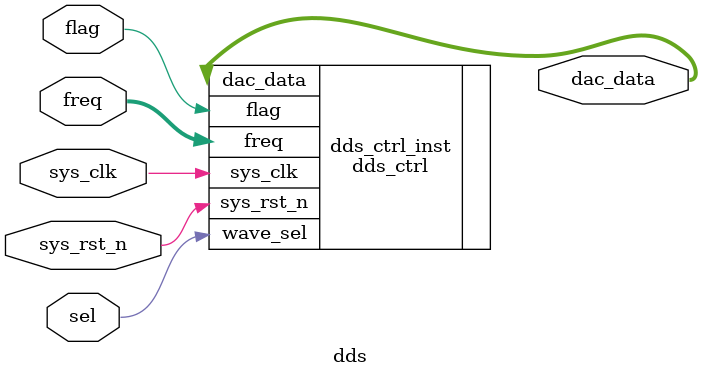
<source format=v>
module  dds
(
    input   wire            sys_clk     ,
    input   wire            sys_rst_n   ,
    input   wire            sel         ,
    input   wire            flag        ,
    input   wire  [7:0]     freq        ,

    output  wire    [7:0]   dac_data
);



dds_ctrl    dds_ctrl_inst
(
    .sys_clk     (sys_clk),
    .sys_rst_n   (sys_rst_n),
    .wave_sel    (sel),
    .flag        (flag),
    .freq        (freq),

    .dac_data    (dac_data)
);

endmodule

</source>
